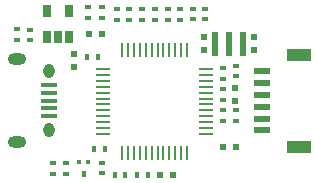
<source format=gtp>
G04 #@! TF.FileFunction,Paste,Top*
%FSLAX46Y46*%
G04 Gerber Fmt 4.6, Leading zero omitted, Abs format (unit mm)*
G04 Created by KiCad (PCBNEW 4.0.5) date 04/21/17 20:31:44*
%MOMM*%
%LPD*%
G01*
G04 APERTURE LIST*
%ADD10C,0.100000*%
%ADD11R,0.500000X0.600000*%
%ADD12R,0.600000X0.500000*%
%ADD13R,0.600000X0.400000*%
%ADD14R,1.350000X0.400000*%
%ADD15O,0.950000X1.250000*%
%ADD16O,1.550000X1.000000*%
%ADD17R,0.320000X0.400000*%
%ADD18R,0.420000X0.500000*%
%ADD19R,0.400000X0.600000*%
%ADD20R,0.650000X1.060000*%
%ADD21R,1.300000X0.250000*%
%ADD22R,0.250000X1.300000*%
%ADD23R,0.500000X2.000000*%
%ADD24R,1.400000X0.600000*%
%ADD25R,2.000000X1.000000*%
G04 APERTURE END LIST*
D10*
D11*
X141782800Y-79879100D03*
X141782800Y-80979100D03*
D12*
X143087000Y-78168500D03*
X144187000Y-78168500D03*
X154424200Y-87744300D03*
X155524200Y-87744300D03*
X150156000Y-90098880D03*
X149056000Y-90098880D03*
D11*
X155473400Y-83874700D03*
X155473400Y-82774700D03*
X152796240Y-78418600D03*
X152796240Y-79518600D03*
X157068520Y-78421140D03*
X157068520Y-79521140D03*
D13*
X149733000Y-76052260D03*
X149733000Y-76952260D03*
X151858980Y-76037020D03*
X151858980Y-76937020D03*
X138074400Y-78696820D03*
X138074400Y-77796820D03*
X147584160Y-76954800D03*
X147584160Y-76054800D03*
X145448020Y-76052260D03*
X145448020Y-76952260D03*
D14*
X139664880Y-82524180D03*
X139664880Y-83174180D03*
X139664880Y-83824180D03*
X139664880Y-84474180D03*
X139664880Y-85124180D03*
D15*
X139664880Y-81324180D03*
X139664880Y-86324180D03*
D16*
X136964880Y-80324180D03*
X136964880Y-87324180D03*
D17*
X143021000Y-89004900D03*
X142221000Y-89004900D03*
D18*
X142621000Y-90004900D03*
D13*
X150804880Y-76042100D03*
X150804880Y-76942100D03*
X152908000Y-76024320D03*
X152908000Y-76924320D03*
X137007600Y-77769300D03*
X137007600Y-78669300D03*
X154470100Y-82856920D03*
X154470100Y-83756920D03*
X154452320Y-81945900D03*
X154452320Y-81045900D03*
X155491180Y-80842700D03*
X155491180Y-81742700D03*
X148645880Y-76954800D03*
X148645880Y-76054800D03*
X155506420Y-85545080D03*
X155506420Y-84645080D03*
X154434540Y-85537460D03*
X154434540Y-84637460D03*
X146502120Y-76952260D03*
X146502120Y-76052260D03*
D19*
X147146860Y-90114120D03*
X148046860Y-90114120D03*
X143524400Y-87896700D03*
X144424400Y-87896700D03*
X143840620Y-80154780D03*
X142940620Y-80154780D03*
D13*
X141097000Y-89123100D03*
X141097000Y-90023100D03*
D19*
X146154560Y-90109040D03*
X145254560Y-90109040D03*
D13*
X140004800Y-89123100D03*
X140004800Y-90023100D03*
X144170400Y-89972300D03*
X144170400Y-89072300D03*
X144221200Y-76815100D03*
X144221200Y-75915100D03*
X143027400Y-76815100D03*
X143027400Y-75915100D03*
D20*
X139527240Y-78389660D03*
X140477240Y-78389660D03*
X141427240Y-78389660D03*
X141427240Y-76189660D03*
X139527240Y-76189660D03*
D21*
X152986740Y-86635980D03*
X152986740Y-86135980D03*
X152986740Y-85635980D03*
X152986740Y-85135980D03*
X152986740Y-84635980D03*
X152986740Y-84135980D03*
X152986740Y-83635980D03*
X152986740Y-83135980D03*
X152986740Y-82635980D03*
X152986740Y-82135980D03*
X152986740Y-81635980D03*
X152986740Y-81135980D03*
D22*
X151386740Y-79535980D03*
X150886740Y-79535980D03*
X150386740Y-79535980D03*
X149886740Y-79535980D03*
X149386740Y-79535980D03*
X148886740Y-79535980D03*
X148386740Y-79535980D03*
X147886740Y-79535980D03*
X147386740Y-79535980D03*
X146886740Y-79535980D03*
X146386740Y-79535980D03*
X145886740Y-79535980D03*
D21*
X144286740Y-81135980D03*
X144286740Y-81635980D03*
X144286740Y-82135980D03*
X144286740Y-82635980D03*
X144286740Y-83135980D03*
X144286740Y-83635980D03*
X144286740Y-84135980D03*
X144286740Y-84635980D03*
X144286740Y-85135980D03*
X144286740Y-85635980D03*
X144286740Y-86135980D03*
X144286740Y-86635980D03*
D22*
X145886740Y-88235980D03*
X146386740Y-88235980D03*
X146886740Y-88235980D03*
X147386740Y-88235980D03*
X147886740Y-88235980D03*
X148386740Y-88235980D03*
X148886740Y-88235980D03*
X149386740Y-88235980D03*
X149886740Y-88235980D03*
X150386740Y-88235980D03*
X150886740Y-88235980D03*
X151386740Y-88235980D03*
D23*
X153740000Y-78999080D03*
X154940000Y-78999080D03*
X156140000Y-78999080D03*
D24*
X157715820Y-86335240D03*
X157715820Y-85335240D03*
X157715820Y-84335240D03*
X157715820Y-83335240D03*
X157715820Y-82335240D03*
X157715820Y-81335240D03*
D25*
X160840820Y-79935240D03*
X160840820Y-87735240D03*
M02*

</source>
